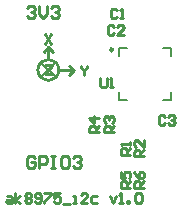
<source format=gto>
G04 Layer_Color=15132400*
%FSLAX25Y25*%
%MOIN*%
G70*
G01*
G75*
%ADD16C,0.01000*%
%ADD23C,0.00984*%
%ADD24C,0.00787*%
%ADD25C,0.00100*%
%ADD26C,0.00500*%
D16*
X135692Y465292D02*
G03*
X135692Y465292I-3500J0D01*
G01*
X130692Y471292D02*
X132192Y472792D01*
X133692Y471292D01*
X132192Y468792D02*
Y472792D01*
X139108Y466708D02*
X140608Y465208D01*
X139108Y463708D02*
X140608Y465208D01*
X135692Y465292D02*
X139692D01*
X155070Y485166D02*
X154536Y485699D01*
X153470D01*
X152937Y485166D01*
Y483033D01*
X153470Y482500D01*
X154536D01*
X155070Y483033D01*
X156136Y482500D02*
X157202D01*
X156669D01*
Y485699D01*
X156136Y485166D01*
X154070Y479666D02*
X153536Y480199D01*
X152470D01*
X151937Y479666D01*
Y477533D01*
X152470Y477000D01*
X153536D01*
X154070Y477533D01*
X157269Y477000D02*
X155136D01*
X157269Y479133D01*
Y479666D01*
X156736Y480199D01*
X155669D01*
X155136Y479666D01*
X171070Y449666D02*
X170536Y450199D01*
X169470D01*
X168937Y449666D01*
Y447533D01*
X169470Y447000D01*
X170536D01*
X171070Y447533D01*
X172136Y449666D02*
X172669Y450199D01*
X173735D01*
X174269Y449666D01*
Y449133D01*
X173735Y448599D01*
X173202D01*
X173735D01*
X174269Y448066D01*
Y447533D01*
X173735Y447000D01*
X172669D01*
X172136Y447533D01*
X159437Y437000D02*
X156238D01*
Y438599D01*
X156771Y439133D01*
X157837D01*
X158371Y438599D01*
Y437000D01*
Y438066D02*
X159437Y439133D01*
Y440199D02*
Y441265D01*
Y440732D01*
X156238D01*
X156771Y440199D01*
X163937Y436500D02*
X160738D01*
Y438099D01*
X161271Y438633D01*
X162338D01*
X162871Y438099D01*
Y436500D01*
Y437566D02*
X163937Y438633D01*
Y441832D02*
Y439699D01*
X161804Y441832D01*
X161271D01*
X160738Y441298D01*
Y440232D01*
X161271Y439699D01*
X154000Y444500D02*
X150801D01*
Y446100D01*
X151334Y446633D01*
X152401D01*
X152934Y446100D01*
Y444500D01*
Y445566D02*
X154000Y446633D01*
X151334Y447699D02*
X150801Y448232D01*
Y449298D01*
X151334Y449832D01*
X151867D01*
X152401Y449298D01*
Y448765D01*
Y449298D01*
X152934Y449832D01*
X153467D01*
X154000Y449298D01*
Y448232D01*
X153467Y447699D01*
X149000Y444500D02*
X145801D01*
Y446100D01*
X146334Y446633D01*
X147400D01*
X147934Y446100D01*
Y444500D01*
Y445566D02*
X149000Y446633D01*
Y449298D02*
X145801D01*
X147400Y447699D01*
Y449832D01*
X159437Y426000D02*
X156238D01*
Y427599D01*
X156771Y428133D01*
X157837D01*
X158371Y427599D01*
Y426000D01*
Y427066D02*
X159437Y428133D01*
X156238Y431332D02*
Y429199D01*
X157837D01*
X157304Y430265D01*
Y430798D01*
X157837Y431332D01*
X158904D01*
X159437Y430798D01*
Y429732D01*
X158904Y429199D01*
X163937Y426000D02*
X160738D01*
Y427599D01*
X161271Y428133D01*
X162338D01*
X162871Y427599D01*
Y426000D01*
Y427066D02*
X163937Y428133D01*
X160738Y431332D02*
X161271Y430265D01*
X162338Y429199D01*
X163404D01*
X163937Y429732D01*
Y430798D01*
X163404Y431332D01*
X162871D01*
X162338Y430798D01*
Y429199D01*
X149437Y462699D02*
Y460033D01*
X149970Y459500D01*
X151037D01*
X151570Y460033D01*
Y462699D01*
X152636Y459500D02*
X153702D01*
X153169D01*
Y462699D01*
X152636Y462166D01*
X125000Y485832D02*
X125666Y486499D01*
X126999D01*
X127666Y485832D01*
Y485166D01*
X126999Y484499D01*
X126333D01*
X126999D01*
X127666Y483833D01*
Y483166D01*
X126999Y482500D01*
X125666D01*
X125000Y483166D01*
X128999Y486499D02*
Y483833D01*
X130332Y482500D01*
X131665Y483833D01*
Y486499D01*
X132997Y485832D02*
X133664Y486499D01*
X134997D01*
X135663Y485832D01*
Y485166D01*
X134997Y484499D01*
X134330D01*
X134997D01*
X135663Y483833D01*
Y483166D01*
X134997Y482500D01*
X133664D01*
X132997Y483166D01*
X127666Y435832D02*
X126999Y436499D01*
X125666D01*
X125000Y435832D01*
Y433166D01*
X125666Y432500D01*
X126999D01*
X127666Y433166D01*
Y434499D01*
X126333D01*
X128999Y432500D02*
Y436499D01*
X130998D01*
X131665Y435832D01*
Y434499D01*
X130998Y433833D01*
X128999D01*
X132997Y436499D02*
X134330D01*
X133664D01*
Y432500D01*
X132997D01*
X134330D01*
X138329Y436499D02*
X136996D01*
X136330Y435832D01*
Y433166D01*
X136996Y432500D01*
X138329D01*
X138996Y433166D01*
Y435832D01*
X138329Y436499D01*
X140328Y435832D02*
X140995Y436499D01*
X142328D01*
X142994Y435832D01*
Y435166D01*
X142328Y434499D01*
X141661D01*
X142328D01*
X142994Y433833D01*
Y433166D01*
X142328Y432500D01*
X140995D01*
X140328Y433166D01*
X118533Y423133D02*
X119599D01*
X120133Y422600D01*
Y421000D01*
X118533D01*
X118000Y421533D01*
X118533Y422066D01*
X120133D01*
X121199Y421000D02*
Y424199D01*
Y422066D02*
X122799Y423133D01*
X121199Y422066D02*
X122799Y421000D01*
X124398Y423666D02*
X124931Y424199D01*
X125997D01*
X126531Y423666D01*
Y423133D01*
X125997Y422600D01*
X126531Y422066D01*
Y421533D01*
X125997Y421000D01*
X124931D01*
X124398Y421533D01*
Y422066D01*
X124931Y422600D01*
X124398Y423133D01*
Y423666D01*
X124931Y422600D02*
X125997D01*
X127597Y421533D02*
X128130Y421000D01*
X129196D01*
X129729Y421533D01*
Y423666D01*
X129196Y424199D01*
X128130D01*
X127597Y423666D01*
Y423133D01*
X128130Y422600D01*
X129729D01*
X130796Y424199D02*
X132929D01*
Y423666D01*
X130796Y421533D01*
Y421000D01*
X136127Y424199D02*
X133995D01*
Y422600D01*
X135061Y423133D01*
X135594D01*
X136127Y422600D01*
Y421533D01*
X135594Y421000D01*
X134528D01*
X133995Y421533D01*
X137194Y420467D02*
X139327D01*
X140393Y421000D02*
X141459D01*
X140926D01*
Y423133D01*
X140393D01*
X145191Y421000D02*
X143059D01*
X145191Y423133D01*
Y423666D01*
X144658Y424199D01*
X143592D01*
X143059Y423666D01*
X148390Y423133D02*
X146791D01*
X146258Y422600D01*
Y421533D01*
X146791Y421000D01*
X148390D01*
X152655Y423133D02*
X153722Y421000D01*
X154788Y423133D01*
X155854Y421000D02*
X156921D01*
X156388D01*
Y424199D01*
X155854Y423666D01*
X158520Y421000D02*
Y421533D01*
X159053D01*
Y421000D01*
X158520D01*
X161186Y423666D02*
X161719Y424199D01*
X162785D01*
X163319Y423666D01*
Y421533D01*
X162785Y421000D01*
X161719D01*
X161186Y421533D01*
Y423666D01*
X130900Y477199D02*
X133033Y474000D01*
Y477199D02*
X130900Y474000D01*
X133300Y463801D02*
X131167D01*
Y464334D01*
X133300Y466467D01*
Y467000D01*
X131167D01*
X142900Y466699D02*
Y466166D01*
X143966Y465099D01*
X145033Y466166D01*
Y466699D01*
X143966Y465099D02*
Y463500D01*
D23*
X153709Y472071D02*
G03*
X153709Y472071I-492J0D01*
G01*
D24*
X155776Y470102D02*
Y472661D01*
X158335D01*
X155776Y455339D02*
Y457898D01*
Y455339D02*
X158335D01*
X173098D02*
Y457898D01*
X170539Y455339D02*
X173098D01*
Y470102D02*
Y472661D01*
X170539D02*
X173098D01*
D25*
X129600Y467601D02*
Y467700D01*
D26*
X129700Y462892D02*
X134500Y467692D01*
X129800D02*
X134600Y462892D01*
M02*

</source>
